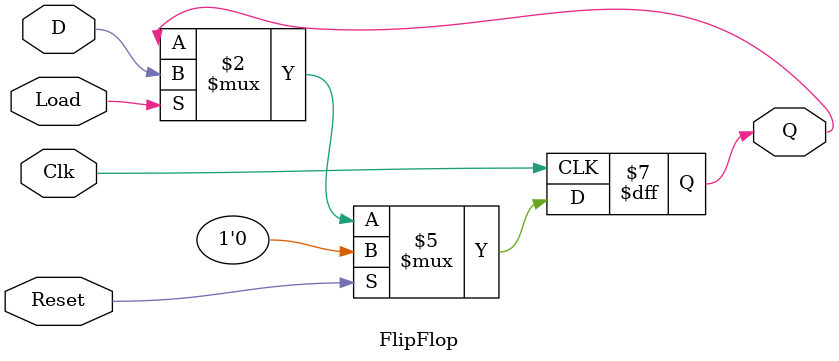
<source format=sv>
module FlipFlop (input logic Clk, Load, Reset, D, 
					  output logic Q);

always_ff @ (posedge Clk)
	begin

	Q <= Q;

	if(Reset)
		Q <= 1'b0;
		
	else if(Load)
		Q <= D;
		
end
endmodule
</source>
